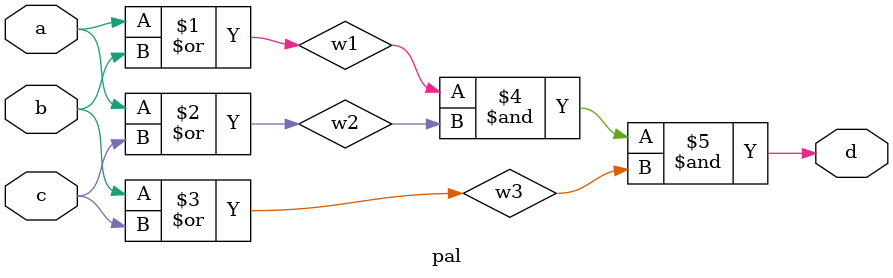
<source format=v>
`timescale 1ns / 1ps
module pal(
    input a,
    input b,
    input c,
    output d
    );

	wire w1 , w2, w3;
	or(w1,a,b);
	or(w2,a,c);
	or(w3,b,c);
	and(d,w1,w2,w3);

endmodule

</source>
